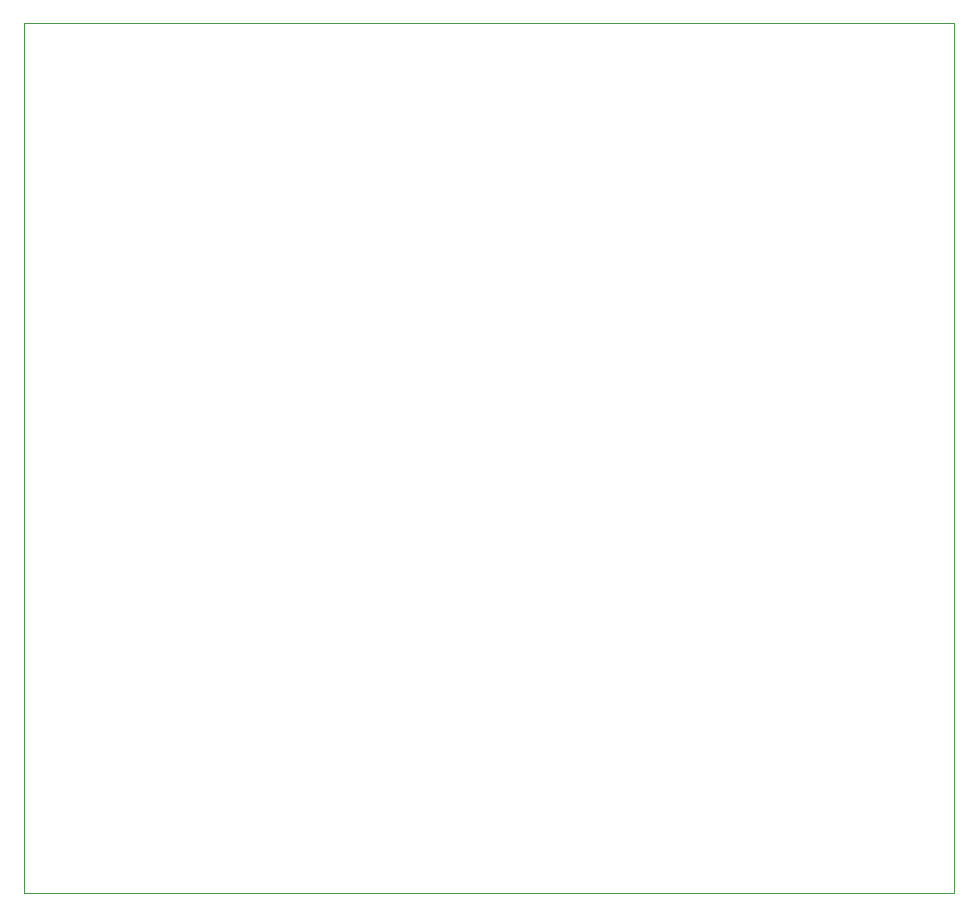
<source format=gm1>
%TF.GenerationSoftware,KiCad,Pcbnew,(6.0.0)*%
%TF.CreationDate,2022-03-13T21:04:06-04:00*%
%TF.ProjectId,panel meter v1,70616e65-6c20-46d6-9574-65722076312e,rev?*%
%TF.SameCoordinates,Original*%
%TF.FileFunction,Profile,NP*%
%FSLAX46Y46*%
G04 Gerber Fmt 4.6, Leading zero omitted, Abs format (unit mm)*
G04 Created by KiCad (PCBNEW (6.0.0)) date 2022-03-13 21:04:06*
%MOMM*%
%LPD*%
G01*
G04 APERTURE LIST*
%TA.AperFunction,Profile*%
%ADD10C,0.100000*%
%TD*%
G04 APERTURE END LIST*
D10*
X55880000Y-114300000D02*
X55880000Y-40640000D01*
X134620000Y-40640000D02*
X134620000Y-114300000D01*
X134620000Y-114300000D02*
X55880000Y-114300000D01*
X55880000Y-40640000D02*
X134620000Y-40640000D01*
M02*

</source>
